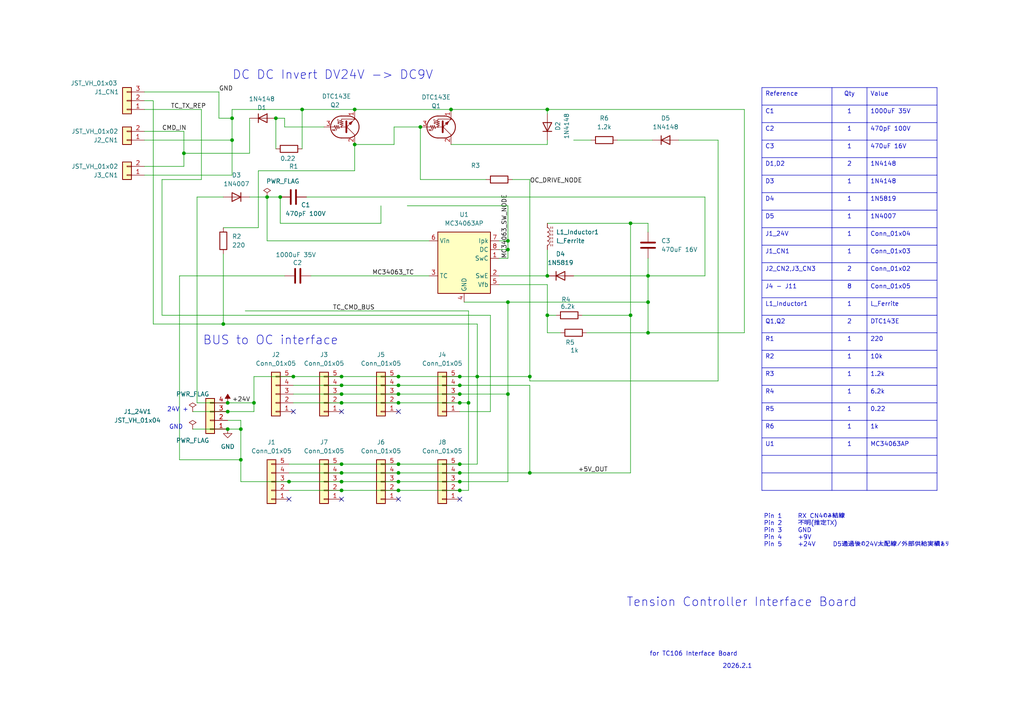
<source format=kicad_sch>
(kicad_sch (version 20250114) (generator "eeschema") (generator_version "9.0")
  (paper "A4")
  (lib_symbols
    (symbol "Connector_Generic:Conn_01x02" (pin_names (offset 1.016) (hide yes))
      (property "Reference" "J" (at 0 2.54 0))
      (property "Value" "Conn_01x02" (at 0 -5.08 0))
      (symbol "Conn_01x02_1_1"
        (rectangle (start -1.27 1.27) (end 1.27 -3.81) (stroke (width 0.254)) (fill (type background)))
        (rectangle (start -1.27 0.127) (end 0 -0.127) (stroke (width 0.1524)))
        (rectangle (start -1.27 -2.413) (end 0 -2.667) (stroke (width 0.1524)))
        (pin passive line (at -5.08 0 0) (length 3.81) (name "Pin_1") (number "1"))
        (pin passive line (at -5.08 -2.54 0) (length 3.81) (name "Pin_2") (number "2"))
      )
    )
    (symbol "Connector_Generic:Conn_01x03" (pin_names (offset 1.016) (hide yes))
      (property "Reference" "J" (at 0 5.08 0))
      (property "Value" "Conn_01x03" (at 0 -5.08 0))
      (symbol "Conn_01x03_1_1"
        (rectangle (start -1.27 3.81) (end 1.27 -3.81) (stroke (width 0.254)) (fill (type background)))
        (rectangle (start -1.27 2.667) (end 0 2.413) (stroke (width 0.1524)))
        (rectangle (start -1.27 0.127) (end 0 -0.127) (stroke (width 0.1524)))
        (rectangle (start -1.27 -2.413) (end 0 -2.667) (stroke (width 0.1524)))
        (pin passive line (at -5.08 2.54 0) (length 3.81) (name "Pin_1") (number "1"))
        (pin passive line (at -5.08 0 0) (length 3.81) (name "Pin_2") (number "2"))
        (pin passive line (at -5.08 -2.54 0) (length 3.81) (name "Pin_3") (number "3"))
      )
    )
    (symbol "Connector_Generic:Conn_01x04" (pin_names (offset 1.016) (hide yes))
      (property "Reference" "J" (at 0 5.08 0))
      (property "Value" "Conn_01x04" (at 0 -7.62 0))
      (symbol "Conn_01x04_1_1"
        (rectangle (start -1.27 3.81) (end 1.27 -6.35) (stroke (width 0.254)) (fill (type background)))
        (rectangle (start -1.27 2.667) (end 0 2.413) (stroke (width 0.1524)))
        (rectangle (start -1.27 0.127) (end 0 -0.127) (stroke (width 0.1524)))
        (rectangle (start -1.27 -2.413) (end 0 -2.667) (stroke (width 0.1524)))
        (rectangle (start -1.27 -4.953) (end 0 -5.207) (stroke (width 0.1524)))
        (pin passive line (at -5.08 2.54 0) (length 3.81) (name "Pin_1") (number "1"))
        (pin passive line (at -5.08 0 0) (length 3.81) (name "Pin_2") (number "2"))
        (pin passive line (at -5.08 -2.54 0) (length 3.81) (name "Pin_3") (number "3"))
        (pin passive line (at -5.08 -5.08 0) (length 3.81) (name "Pin_4") (number "4"))
      )
    )
    (symbol "Connector_Generic:Conn_01x05" (pin_names (offset 1.016) (hide yes))
      (property "Reference" "J" (at 0 7.62 0))
      (property "Value" "Conn_01x05" (at 0 -7.62 0))
      (symbol "Conn_01x05_1_1"
        (rectangle (start -1.27 6.35) (end 1.27 -6.35) (stroke (width 0.254)) (fill (type background)))
        (rectangle (start -1.27 5.207) (end 0 4.953) (stroke (width 0.1524)))
        (rectangle (start -1.27 2.667) (end 0 2.413) (stroke (width 0.1524)))
        (rectangle (start -1.27 0.127) (end 0 -0.127) (stroke (width 0.1524)))
        (rectangle (start -1.27 -2.413) (end 0 -2.667) (stroke (width 0.1524)))
        (rectangle (start -1.27 -4.953) (end 0 -5.207) (stroke (width 0.1524)))
        (pin passive line (at -5.08 5.08 0) (length 3.81) (name "Pin_1") (number "1"))
        (pin passive line (at -5.08 2.54 0) (length 3.81) (name "Pin_2") (number "2"))
        (pin passive line (at -5.08 0 0) (length 3.81) (name "Pin_3") (number "3"))
        (pin passive line (at -5.08 -2.54 0) (length 3.81) (name "Pin_4") (number "4"))
        (pin passive line (at -5.08 -5.08 0) (length 3.81) (name "Pin_5") (number "5"))
      )
    )
    (symbol "DTC143E_1" (pin_names (offset 0) (hide yes))
      (property "Reference" "Q1" (at -1.778 -6.35 0))
      (property "Value" "DTC143E" (at 1.524 -8.89 0))
      (symbol "DTC143E_1_0_0"
        (text "4k7" (at -3.302 0.889 0) (effects (font (size 0.508 0.508))))
        (text "4k7" (at -2.159 -1.524 900) (effects (font (size 0.508 0.508))))
      )
      (symbol "DTC143E_1_0_1"
        (polyline (pts (xy -3.429 0) (xy -3.81 0)))
        (polyline (pts (xy -1.27 3.175) (xy 0.635 3.175)) (stroke (width 0.254)))
        (circle (center -1.27 0) (radius 0.127))
        (polyline (pts (xy -1.27 0) (xy -1.27 -0.381) (xy -0.762 -0.508) (xy -1.778 -0.762) (xy -0.762 -1.016) (xy -1.778 -1.27) (xy -0.762 -1.524) (xy -1.778 -1.778) (xy -1.27 -1.905) (xy -1.27 -2.286) (xy 2.54 -2.286)))
        (polyline (pts (xy -1.27 -3.175) (xy 0.635 -3.175)) (stroke (width 0.254)))
        (arc (start -1.27 -3.175) (mid -4.4312 0) (end -1.27 3.175) (stroke (width 0.254)))
        (polyline (pts (xy 0 0) (xy -1.905 0) (xy -2.032 0.508) (xy -2.286 -0.508) (xy -2.54 0.508) (xy -2.794 -0.508) (xy -3.048 0.508) (xy -3.302 -0.508) (xy -3.429 0)))
        (polyline (pts (xy 0 -0.254) (xy 2.54 2.286)))
        (polyline (pts (xy 0.127 1.524) (xy 0.127 -1.651)) (stroke (width 0.508)) (fill (type outline)))
        (arc (start 0.635 3.175) (mid 3.7962 0) (end 0.635 -3.175) (stroke (width 0.254)))
        (polyline (pts (xy 0.889 -1.143) (xy 1.397 -0.635) (xy 1.905 -1.651) (xy 0.889 -1.143)) (fill (type outline)))
        (polyline (pts (xy 2.54 2.286) (xy 2.54 2.54)))
        (polyline (pts (xy 2.54 -2.286) (xy 0 0.254) (xy 0 0.254)))
        (circle (center 2.54 -2.286) (radius 0.127))
      )
      (symbol "DTC143E_1_1_1"
        (pin input line (at -6.35 0 0) (length 2.54) (name "B") (number "3"))
        (pin passive line (at 2.54 5.08 270) (length 2.54) (name "C") (number "2"))
        (pin passive line (at 2.54 -5.08 90) (length 2.54) (name "E") (number "1"))
      )
    )
    (symbol "Device:C" (pin_numbers (hide yes)) (pin_names (offset 0.254))
      (property "Reference" "C" (at 0.635 2.54 0))
      (property "Value" "C" (at 0.635 -2.54 0))
      (symbol "C_0_1"
        (polyline (pts (xy -2.032 0.762) (xy 2.032 0.762)) (stroke (width 0.508)))
        (polyline (pts (xy -2.032 -0.762) (xy 2.032 -0.762)) (stroke (width 0.508)))
      )
      (symbol "C_1_1"
        (pin passive line (at 0 3.81 270) (length 2.794) (name "~") (number "1"))
        (pin passive line (at 0 -3.81 90) (length 2.794) (name "~") (number "2"))
      )
    )
    (symbol "Device:D" (pin_numbers (hide yes)) (pin_names (offset 1.016) (hide yes))
      (property "Reference" "D" (at 0 2.54 0))
      (property "Value" "D" (at 0 -2.54 0))
      (symbol "D_0_1"
        (polyline (pts (xy -1.27 1.27) (xy -1.27 -1.27)) (stroke (width 0.254)))
        (polyline (pts (xy 1.27 1.27) (xy 1.27 -1.27) (xy -1.27 0) (xy 1.27 1.27)) (stroke (width 0.254)))
        (polyline (pts (xy 1.27 0) (xy -1.27 0)))
      )
      (symbol "D_1_1"
        (pin passive line (at -3.81 0 0) (length 2.54) (name "K") (number "1"))
        (pin passive line (at 3.81 0 180) (length 2.54) (name "A") (number "2"))
      )
    )
    (symbol "Device:L_Ferrite" (pin_numbers (hide yes)) (pin_names (offset 1.016) (hide yes))
      (property "Reference" "L" (at -1.27 0 90))
      (property "Value" "L_Ferrite" (at 2.794 0 90))
      (symbol "L_Ferrite_0_1"
        (arc (start 0 2.54) (mid 0.6323 1.905) (end 0 1.27))
        (arc (start 0 1.27) (mid 0.6323 0.635) (end 0 0))
        (arc (start 0 0) (mid 0.6323 -0.635) (end 0 -1.27))
        (arc (start 0 -1.27) (mid 0.6323 -1.905) (end 0 -2.54))
        (polyline (pts (xy 1.016 2.286) (xy 1.016 2.794)))
        (polyline (pts (xy 1.016 1.27) (xy 1.016 1.778)))
        (polyline (pts (xy 1.016 0.254) (xy 1.016 0.762)))
        (polyline (pts (xy 1.016 -0.762) (xy 1.016 -0.254)))
        (polyline (pts (xy 1.016 -1.778) (xy 1.016 -1.27)))
        (polyline (pts (xy 1.016 -2.794) (xy 1.016 -2.286)))
        (polyline (pts (xy 1.524 2.794) (xy 1.524 2.286)))
        (polyline (pts (xy 1.524 1.778) (xy 1.524 1.27)))
        (polyline (pts (xy 1.524 0.762) (xy 1.524 0.254)))
        (polyline (pts (xy 1.524 -0.254) (xy 1.524 -0.762)))
        (polyline (pts (xy 1.524 -1.27) (xy 1.524 -1.778)))
        (polyline (pts (xy 1.524 -2.286) (xy 1.524 -2.794)))
      )
      (symbol "L_Ferrite_1_1"
        (pin passive line (at 0 3.81 270) (length 1.27) (name "1") (number "1"))
        (pin passive line (at 0 -3.81 90) (length 1.27) (name "2") (number "2"))
      )
    )
    (symbol "Device:R" (pin_numbers (hide yes)) (pin_names (offset 0))
      (property "Reference" "R" (at 2.032 0 90))
      (property "Value" "R" (at 0 0 90))
      (symbol "R_0_1"
        (rectangle (start -1.016 -2.54) (end 1.016 2.54) (stroke (width 0.254)))
      )
      (symbol "R_1_1"
        (pin passive line (at 0 3.81 270) (length 1.27) (name "~") (number "1"))
        (pin passive line (at 0 -3.81 90) (length 1.27) (name "~") (number "2"))
      )
    )
    (symbol "Regulator_Switching:MC34063AP"
      (property "Reference" "U" (at -7.62 8.89 0))
      (property "Value" "MC34063AP" (at 0 8.89 0))
      (symbol "MC34063AP_0_1"
        (rectangle (start -7.62 7.62) (end 7.62 -10.16) (stroke (width 0.254)) (fill (type background)))
      )
      (symbol "MC34063AP_1_1"
        (pin power_in line (at -10.16 5.08 0) (length 2.54) (name "Vin") (number "6"))
        (pin passive line (at -10.16 -5.08 0) (length 2.54) (name "TC") (number "3"))
        (pin power_in line (at 0 -12.7 90) (length 2.54) (name "GND") (number "4"))
        (pin input line (at 10.16 5.08 180) (length 2.54) (name "Ipk") (number "7"))
        (pin open_collector line (at 10.16 2.54 180) (length 2.54) (name "DC") (number "8"))
        (pin open_collector line (at 10.16 0 180) (length 2.54) (name "SwC") (number "1"))
        (pin open_emitter line (at 10.16 -5.08 180) (length 2.54) (name "SwE") (number "2"))
        (pin input line (at 10.16 -7.62 180) (length 2.54) (name "Vfb") (number "5"))
      )
    )
    (symbol "Transistor_BJT:DTC143E" (pin_names (offset 0) (hide yes))
      (property "Reference" "Q2" (at -1.778 -6.096 0))
      (property "Value" "DTC143E" (at -1.778 -8.636 0))
      (symbol "DTC143E_0_0"
        (text "4k7" (at -3.302 0.889 0) (effects (font (size 0.508 0.508))))
        (text "4k7" (at -2.159 -1.524 900) (effects (font (size 0.508 0.508))))
      )
      (symbol "DTC143E_0_1"
        (polyline (pts (xy -3.429 0) (xy -3.81 0)))
        (polyline (pts (xy -1.27 3.175) (xy 0.635 3.175)) (stroke (width 0.254)))
        (circle (center -1.27 0) (radius 0.127))
        (polyline (pts (xy -1.27 0) (xy -1.27 -0.381) (xy -0.762 -0.508) (xy -1.778 -0.762) (xy -0.762 -1.016) (xy -1.778 -1.27) (xy -0.762 -1.524) (xy -1.778 -1.778) (xy -1.27 -1.905) (xy -1.27 -2.286) (xy 2.54 -2.286)))
        (polyline (pts (xy -1.27 -3.175) (xy 0.635 -3.175)) (stroke (width 0.254)))
        (arc (start -1.27 -3.175) (mid -4.4312 0) (end -1.27 3.175) (stroke (width 0.254)))
        (polyline (pts (xy 0 0) (xy -1.905 0) (xy -2.032 0.508) (xy -2.286 -0.508) (xy -2.54 0.508) (xy -2.794 -0.508) (xy -3.048 0.508) (xy -3.302 -0.508) (xy -3.429 0)))
        (polyline (pts (xy 0 -0.254) (xy 2.54 2.286)))
        (polyline (pts (xy 0.127 1.524) (xy 0.127 -1.651)) (stroke (width 0.508)) (fill (type outline)))
        (arc (start 0.635 3.175) (mid 3.7962 0) (end 0.635 -3.175) (stroke (width 0.254)))
        (polyline (pts (xy 0.889 -1.143) (xy 1.397 -0.635) (xy 1.905 -1.651) (xy 0.889 -1.143)) (fill (type outline)))
        (polyline (pts (xy 2.54 2.286) (xy 2.54 2.54)))
        (polyline (pts (xy 2.54 -2.286) (xy 0 0.254) (xy 0 0.254)))
        (circle (center 2.54 -2.286) (radius 0.127))
      )
      (symbol "DTC143E_1_1"
        (pin input line (at -6.35 0 0) (length 2.54) (name "B") (number "3"))
        (pin passive line (at 2.54 5.08 270) (length 2.54) (name "C") (number "2"))
        (pin passive line (at 2.54 -5.08 90) (length 2.54) (name "E") (number "1"))
      )
    )
    (symbol "power:-24V" (power) (pin_numbers (hide yes)) (pin_names (offset 0) (hide yes))
      (property "Value" "-24V" (at 0 3.556 0))
      (symbol "-24V_0_0"
        (pin power_in line (at 0 0 90) (length 0) (name "~") (number "1"))
      )
      (symbol "-24V_0_1"
        (polyline (pts (xy 0 0) (xy 0 1.27) (xy 0.762 1.27) (xy 0 2.54) (xy -0.762 1.27) (xy 0 1.27)) (fill (type outline)))
      )
    )
    (symbol "power:GND" (power) (pin_numbers (hide yes)) (pin_names (offset 0) (hide yes))
      (property "Value" "GND" (at 0 -3.81 0))
      (symbol "GND_0_1"
        (polyline (pts (xy 0 0) (xy 0 -1.27) (xy 1.27 -1.27) (xy 0 -2.54) (xy -1.27 -1.27) (xy 0 -1.27)))
      )
      (symbol "GND_1_1"
        (pin power_in line (at 0 0 270) (length 0) (name "~") (number "1"))
      )
    )
    (symbol "power:PWR_FLAG" (power) (pin_numbers (hide yes)) (pin_names (offset 0) (hide yes))
      (property "Value" "PWR_FLAG" (at 0 3.81 0))
      (symbol "PWR_FLAG_0_0"
        (pin power_out line (at 0 0 90) (length 0) (name "~") (number "1"))
      )
      (symbol "PWR_FLAG_0_1"
        (polyline (pts (xy 0 0) (xy 0 1.27) (xy -1.016 1.905) (xy 0 2.54) (xy 1.016 1.905) (xy 0 1.27)))
      )
    )
  )
  (text "Pin 1	RX CN4のみ結線\nPin 2	不明(推定TX)\nPin 3	GND\nPin 4	+9V	\nPin 5	+24V	D5通過後の24V太配線／外部供給実績あり" (at 221.488 153.924 0) (effects (font (size 1.27 1.27)) (justify left)))
  (text "24V +" (at 51.562 118.872 0) (effects (font (size 1.27 1.27))))
  (text "GND" (at 51.054 123.952 0) (effects (font (size 1.27 1.27))))
  (text "Tension Controller Interface Board" (at 215.138 174.752 0) (effects (font (size 2.54 2.54))))
  (text "for TC106 Interface Board" (at 201.168 189.738 0) (effects (font (size 1.27 1.27))))
  (text "BUS to OC interface" (at 78.486 98.806 0) (effects (font (size 2.54 2.54))))
  (text "DC DC Invert DV24V -> DC9V" (at 96.52 21.844 0) (effects (font (size 2.54 2.54))))
  (text "2026.2.1" (at 213.868 193.294 0) (effects (font (size 1.27 1.27))))
  (junction (at 153.67 109.22))
  (junction (at 130.81 31.75))
  (junction (at 158.75 91.44))
  (junction (at 77.47 57.15))
  (junction (at 147.32 87.63))
  (junction (at 115.57 116.84))
  (junction (at 147.32 72.39))
  (junction (at 115.57 142.24))
  (junction (at 147.32 114.3))
  (junction (at 133.35 114.3))
  (junction (at 99.06 114.3))
  (junction (at 135.89 116.84))
  (junction (at 133.35 142.24))
  (junction (at 53.34 44.45))
  (junction (at 80.01 34.29))
  (junction (at 115.57 139.7))
  (junction (at 99.06 142.24))
  (junction (at 182.88 91.44))
  (junction (at 187.96 87.63))
  (junction (at 115.57 134.62))
  (junction (at 158.75 80.01))
  (junction (at 81.28 57.15))
  (junction (at 121.92 36.83))
  (junction (at 153.67 137.16))
  (junction (at 99.06 116.84))
  (junction (at 67.31 34.29))
  (junction (at 158.75 31.75))
  (junction (at 115.57 111.76))
  (junction (at 69.85 124.46))
  (junction (at 99.06 134.62))
  (junction (at 99.06 109.22))
  (junction (at 138.43 109.22))
  (junction (at 102.87 41.91))
  (junction (at 85.09 109.22))
  (junction (at 102.87 31.75))
  (junction (at 187.96 80.01))
  (junction (at 187.96 96.52))
  (junction (at 115.57 109.22))
  (junction (at 99.06 111.76))
  (junction (at 147.32 69.85))
  (junction (at 83.82 139.7))
  (junction (at 64.77 93.98))
  (junction (at 66.04 119.38))
  (junction (at 67.31 40.64))
  (junction (at 66.04 116.84))
  (junction (at 133.35 139.7))
  (junction (at 133.35 111.76))
  (junction (at 99.06 139.7))
  (junction (at 69.85 133.35))
  (junction (at 87.63 31.75))
  (junction (at 99.06 137.16))
  (junction (at 115.57 137.16))
  (junction (at 182.88 64.77))
  (junction (at 133.35 116.84))
  (junction (at 66.04 124.46))
  (junction (at 133.35 137.16))
  (junction (at 115.57 114.3))
  (junction (at 133.35 134.62))
  (junction (at 133.35 109.22))
  (junction (at 73.66 116.84))
  (no_connect (at 83.82 144.78))
  (no_connect (at 133.35 144.78))
  (no_connect (at 115.57 119.38))
  (no_connect (at 85.09 119.38))
  (no_connect (at 99.06 144.78))
  (no_connect (at 99.06 119.38))
  (no_connect (at 115.57 144.78))
  (wire (pts (xy 57.15 57.15) (xy 64.77 57.15)))
  (wire (pts (xy 66.04 116.84) (xy 57.15 116.84)))
  (wire (pts (xy 72.39 57.15) (xy 77.47 57.15)))
  (wire (pts (xy 208.28 110.49) (xy 153.67 110.49)))
  (wire (pts (xy 133.35 116.84) (xy 135.89 116.84)))
  (wire (pts (xy 69.85 121.92) (xy 69.85 124.46)))
  (wire (pts (xy 67.31 34.29) (xy 67.31 40.64)))
  (wire (pts (xy 158.75 31.75) (xy 158.75 33.02)))
  (wire (pts (xy 87.63 31.75) (xy 102.87 31.75)))
  (wire (pts (xy 170.18 96.52) (xy 187.96 96.52)))
  (wire (pts (xy 144.78 72.39) (xy 147.32 72.39)))
  (wire (pts (xy 135.89 142.24) (xy 133.35 142.24)))
  (wire (pts (xy 135.89 116.84) (xy 135.89 142.24)))
  (wire (pts (xy 41.91 50.8) (xy 67.31 50.8)))
  (wire (pts (xy 73.66 116.84) (xy 73.66 109.22)))
  (wire (pts (xy 133.35 114.3) (xy 147.32 114.3)))
  (wire (pts (xy 80.01 34.29) (xy 80.01 43.18)))
  (wire (pts (xy 55.88 119.38) (xy 66.04 119.38)))
  (wire (pts (xy 158.75 41.91) (xy 158.75 40.64)))
  (wire (pts (xy 158.75 64.77) (xy 182.88 64.77)))
  (wire (pts (xy 99.06 111.76) (xy 115.57 111.76)))
  (wire (pts (xy 66.04 121.92) (xy 69.85 121.92)))
  (wire (pts (xy 138.43 109.22) (xy 138.43 134.62)))
  (wire (pts (xy 71.12 90.17) (xy 135.89 90.17)))
  (wire (pts (xy 115.57 139.7) (xy 133.35 139.7)))
  (wire (pts (xy 99.06 109.22) (xy 115.57 109.22)))
  (wire (pts (xy 67.31 31.75) (xy 87.63 31.75)))
  (wire (pts (xy 147.32 139.7) (xy 133.35 139.7)))
  (wire (pts (xy 142.24 91.44) (xy 46.99 91.44)))
  (wire (pts (xy 134.62 87.63) (xy 147.32 87.63)))
  (wire (pts (xy 124.46 80.01) (xy 90.17 80.01)))
  (wire (pts (xy 187.96 80.01) (xy 187.96 87.63)))
  (wire (pts (xy 115.57 142.24) (xy 133.35 142.24)))
  (wire (pts (xy 144.78 82.55) (xy 158.75 82.55)))
  (wire (pts (xy 144.78 80.01) (xy 158.75 80.01)))
  (wire (pts (xy 148.59 52.07) (xy 153.67 52.07)))
  (wire (pts (xy 69.85 133.35) (xy 52.07 133.35)))
  (wire (pts (xy 41.91 40.64) (xy 67.31 40.64)))
  (wire (pts (xy 99.06 114.3) (xy 115.57 114.3)))
  (wire (pts (xy 182.88 64.77) (xy 182.88 91.44)))
  (wire (pts (xy 144.78 74.93) (xy 147.32 74.93)))
  (wire (pts (xy 85.09 109.22) (xy 99.06 109.22)))
  (wire (pts (xy 166.37 40.64) (xy 171.45 40.64)))
  (wire (pts (xy 114.3 36.83) (xy 121.92 36.83)))
  (wire (pts (xy 64.77 93.98) (xy 138.43 93.98)))
  (wire (pts (xy 102.87 49.53) (xy 74.93 49.53)))
  (wire (pts (xy 133.35 137.16) (xy 153.67 137.16)))
  (wire (pts (xy 115.57 116.84) (xy 133.35 116.84)))
  (wire (pts (xy 102.87 41.91) (xy 102.87 49.53)))
  (wire (pts (xy 147.32 59.69) (xy 147.32 69.85)))
  (wire (pts (xy 41.91 48.26) (xy 53.34 48.26)))
  (wire (pts (xy 187.96 87.63) (xy 147.32 87.63)))
  (wire (pts (xy 133.35 111.76) (xy 153.67 111.76)))
  (wire (pts (xy 80.01 34.29) (xy 82.55 34.29)))
  (wire (pts (xy 147.32 69.85) (xy 147.32 72.39)))
  (wire (pts (xy 115.57 137.16) (xy 133.35 137.16)))
  (wire (pts (xy 99.06 137.16) (xy 115.57 137.16)))
  (wire (pts (xy 85.09 111.76) (xy 99.06 111.76)))
  (wire (pts (xy 57.15 116.84) (xy 57.15 57.15)))
  (wire (pts (xy 52.07 80.01) (xy 52.07 133.35)))
  (wire (pts (xy 99.06 139.7) (xy 115.57 139.7)))
  (wire (pts (xy 81.28 64.77) (xy 81.28 57.15)))
  (wire (pts (xy 63.5 34.29) (xy 63.5 26.67)))
  (wire (pts (xy 58.42 31.75) (xy 58.42 52.07)))
  (wire (pts (xy 187.96 80.01) (xy 204.47 80.01)))
  (wire (pts (xy 82.55 34.29) (xy 82.55 36.83)))
  (wire (pts (xy 41.91 38.1) (xy 53.34 38.1)))
  (wire (pts (xy 115.57 114.3) (xy 133.35 114.3)))
  (wire (pts (xy 158.75 91.44) (xy 161.29 91.44)))
  (wire (pts (xy 182.88 64.77) (xy 187.96 64.77)))
  (wire (pts (xy 102.87 31.75) (xy 130.81 31.75)))
  (wire (pts (xy 52.07 80.01) (xy 82.55 80.01)))
  (wire (pts (xy 99.06 134.62) (xy 115.57 134.62)))
  (wire (pts (xy 138.43 93.98) (xy 138.43 109.22)))
  (wire (pts (xy 44.45 29.21) (xy 41.91 29.21)))
  (wire (pts (xy 63.5 34.29) (xy 67.31 34.29)))
  (wire (pts (xy 73.66 109.22) (xy 85.09 109.22)))
  (wire (pts (xy 110.49 64.77) (xy 81.28 64.77)))
  (wire (pts (xy 115.57 109.22) (xy 133.35 109.22)))
  (wire (pts (xy 153.67 52.07) (xy 153.67 109.22)))
  (wire (pts (xy 115.57 111.76) (xy 133.35 111.76)))
  (wire (pts (xy 147.32 72.39) (xy 147.32 74.93)))
  (wire (pts (xy 168.91 91.44) (xy 182.88 91.44)))
  (wire (pts (xy 121.92 36.83) (xy 121.92 52.07)))
  (wire (pts (xy 72.39 34.29) (xy 72.39 44.45)))
  (wire (pts (xy 153.67 111.76) (xy 153.67 137.16)))
  (wire (pts (xy 153.67 109.22) (xy 138.43 109.22)))
  (wire (pts (xy 55.88 124.46) (xy 66.04 124.46)))
  (wire (pts (xy 179.07 40.64) (xy 189.23 40.64)))
  (wire (pts (xy 69.85 139.7) (xy 83.82 139.7)))
  (wire (pts (xy 66.04 116.84) (xy 73.66 116.84)))
  (wire (pts (xy 153.67 137.16) (xy 182.88 137.16)))
  (wire (pts (xy 215.9 96.52) (xy 215.9 31.75)))
  (wire (pts (xy 66.04 124.46) (xy 69.85 124.46)))
  (wire (pts (xy 69.85 139.7) (xy 69.85 133.35)))
  (wire (pts (xy 182.88 137.16) (xy 182.88 91.44)))
  (wire (pts (xy 204.47 80.01) (xy 204.47 57.15)))
  (wire (pts (xy 140.97 52.07) (xy 121.92 52.07)))
  (wire (pts (xy 147.32 87.63) (xy 147.32 114.3)))
  (wire (pts (xy 158.75 82.55) (xy 158.75 91.44)))
  (wire (pts (xy 133.35 109.22) (xy 138.43 109.22)))
  (wire (pts (xy 166.37 80.01) (xy 187.96 80.01)))
  (wire (pts (xy 66.04 119.38) (xy 73.66 119.38)))
  (wire (pts (xy 158.75 96.52) (xy 158.75 91.44)))
  (wire (pts (xy 83.82 137.16) (xy 99.06 137.16)))
  (wire (pts (xy 130.81 31.75) (xy 158.75 31.75)))
  (wire (pts (xy 44.45 29.21) (xy 44.45 93.98)))
  (wire (pts (xy 187.96 96.52) (xy 215.9 96.52)))
  (wire (pts (xy 77.47 57.15) (xy 81.28 57.15)))
  (wire (pts (xy 208.28 40.64) (xy 196.85 40.64)))
  (wire (pts (xy 64.77 66.04) (xy 74.93 66.04)))
  (wire (pts (xy 69.85 124.46) (xy 69.85 133.35)))
  (wire (pts (xy 74.93 66.04) (xy 74.93 49.53)))
  (wire (pts (xy 215.9 31.75) (xy 158.75 31.75)))
  (wire (pts (xy 82.55 36.83) (xy 93.98 36.83)))
  (wire (pts (xy 208.28 40.64) (xy 208.28 110.49)))
  (wire (pts (xy 115.57 134.62) (xy 133.35 134.62)))
  (wire (pts (xy 99.06 142.24) (xy 115.57 142.24)))
  (wire (pts (xy 130.81 41.91) (xy 158.75 41.91)))
  (wire (pts (xy 158.75 72.39) (xy 158.75 80.01)))
  (wire (pts (xy 73.66 119.38) (xy 73.66 116.84)))
  (wire (pts (xy 44.45 93.98) (xy 64.77 93.98)))
  (wire (pts (xy 83.82 142.24) (xy 99.06 142.24)))
  (wire (pts (xy 46.99 52.07) (xy 58.42 52.07)))
  (wire (pts (xy 53.34 38.1) (xy 53.34 44.45)))
  (wire (pts (xy 77.47 57.15) (xy 77.47 69.85)))
  (wire (pts (xy 83.82 139.7) (xy 99.06 139.7)))
  (wire (pts (xy 53.34 44.45) (xy 53.34 48.26)))
  (wire (pts (xy 133.35 119.38) (xy 142.24 119.38)))
  (wire (pts (xy 85.09 114.3) (xy 99.06 114.3)))
  (wire (pts (xy 147.32 59.69) (xy 118.11 59.69)))
  (wire (pts (xy 135.89 90.17) (xy 135.89 116.84)))
  (wire (pts (xy 83.82 134.62) (xy 99.06 134.62)))
  (wire (pts (xy 144.78 69.85) (xy 147.32 69.85)))
  (wire (pts (xy 142.24 119.38) (xy 142.24 91.44)))
  (wire (pts (xy 64.77 73.66) (xy 64.77 93.98)))
  (wire (pts (xy 153.67 110.49) (xy 153.67 109.22)))
  (wire (pts (xy 85.09 116.84) (xy 99.06 116.84)))
  (wire (pts (xy 77.47 69.85) (xy 124.46 69.85)))
  (wire (pts (xy 88.9 57.15) (xy 204.47 57.15)))
  (wire (pts (xy 41.91 31.75) (xy 58.42 31.75)))
  (wire (pts (xy 133.35 134.62) (xy 138.43 134.62)))
  (wire (pts (xy 162.56 96.52) (xy 158.75 96.52)))
  (wire (pts (xy 63.5 26.67) (xy 41.91 26.67)))
  (wire (pts (xy 72.39 44.45) (xy 53.34 44.45)))
  (wire (pts (xy 187.96 87.63) (xy 187.96 96.52)))
  (wire (pts (xy 102.87 41.91) (xy 114.3 41.91)))
  (wire (pts (xy 67.31 31.75) (xy 67.31 34.29)))
  (wire (pts (xy 110.49 59.69) (xy 110.49 64.77)))
  (wire (pts (xy 67.31 50.8) (xy 67.31 40.64)))
  (wire (pts (xy 147.32 114.3) (xy 147.32 139.7)))
  (wire (pts (xy 87.63 31.75) (xy 87.63 43.18)))
  (wire (pts (xy 99.06 116.84) (xy 115.57 116.84)))
  (wire (pts (xy 187.96 74.93) (xy 187.96 80.01)))
  (wire (pts (xy 187.96 64.77) (xy 187.96 67.31)))
  (wire (pts (xy 46.99 91.44) (xy 46.99 52.07)))
  (wire (pts (xy 114.3 41.91) (xy 114.3 36.83)))
  (table (column_count 3) (border (external yes) (header yes)) (separators (rows yes) (cols yes)) (column_widths 20.32 10.16 20.32) (row_heights 5.08 5.08 5.08 5.08 5.08 5.08 5.08 5.08 5.08 5.08 5.08 5.08 5.08 5.08 5.08 5.08 5.08 5.08 5.08 5.08 5.08 5.08 5.08) (cells (table_cell "Reference" (at 220.98 25.4 0) (size 20.32 5.08) (margins 0.9525 0.9525 0.9525 0.9525) (span 1 1)) (table_cell "Qty" (at 241.3 25.4 0) (size 10.16 5.08) (margins 0.9525 0.9525 0.9525 0.9525) (span 1 1)) (table_cell "Value" (at 251.46 25.4 0) (size 20.32 5.08) (margins 0.9525 0.9525 0.9525 0.9525) (span 1 1)) (table_cell "C1" (at 220.98 30.48 0) (size 20.32 5.08) (margins 0.9525 0.9525 0.9525 0.9525) (span 1 1)) (table_cell "1" (at 241.3 30.48 0) (size 10.16 5.08) (margins 0.9525 0.9525 0.9525 0.9525) (span 1 1)) (table_cell "1000uF 35V" (at 251.46 30.48 0) (size 20.32 5.08) (margins 0.9525 0.9525 0.9525 0.9525) (span 1 1)) (table_cell "C2" (at 220.98 35.56 0) (size 20.32 5.08) (margins 0.9525 0.9525 0.9525 0.9525) (span 1 1)) (table_cell "1" (at 241.3 35.56 0) (size 10.16 5.08) (margins 0.9525 0.9525 0.9525 0.9525) (span 1 1)) (table_cell "470pF 100V" (at 251.46 35.56 0) (size 20.32 5.08) (margins 0.9525 0.9525 0.9525 0.9525) (span 1 1)) (table_cell "C3" (at 220.98 40.64 0) (size 20.32 5.08) (margins 0.9525 0.9525 0.9525 0.9525) (span 1 1)) (table_cell "1" (at 241.3 40.64 0) (size 10.16 5.08) (margins 0.9525 0.9525 0.9525 0.9525) (span 1 1)) (table_cell "470uF 16V" (at 251.46 40.64 0) (size 20.32 5.08) (margins 0.9525 0.9525 0.9525 0.9525) (span 1 1)) (table_cell "D1,D2" (at 220.98 45.72 0) (size 20.32 5.08) (margins 0.9525 0.9525 0.9525 0.9525) (span 1 1)) (table_cell "2" (at 241.3 45.72 0) (size 10.16 5.08) (margins 0.9525 0.9525 0.9525 0.9525) (span 1 1)) (table_cell "1N4148" (at 251.46 45.72 0) (size 20.32 5.08) (margins 0.9525 0.9525 0.9525 0.9525) (span 1 1)) (table_cell "D3" (at 220.98 50.8 0) (size 20.32 5.08) (margins 0.9525 0.9525 0.9525 0.9525) (span 1 1)) (table_cell "1" (at 241.3 50.8 0) (size 10.16 5.08) (margins 0.9525 0.9525 0.9525 0.9525) (span 1 1)) (table_cell "1N4148" (at 251.46 50.8 0) (size 20.32 5.08) (margins 0.9525 0.9525 0.9525 0.9525) (span 1 1)) (table_cell "D4" (at 220.98 55.88 0) (size 20.32 5.08) (margins 0.9525 0.9525 0.9525 0.9525) (span 1 1)) (table_cell "1" (at 241.3 55.88 0) (size 10.16 5.08) (margins 0.9525 0.9525 0.9525 0.9525) (span 1 1)) (table_cell "1N5819" (at 251.46 55.88 0) (size 20.32 5.08) (margins 0.9525 0.9525 0.9525 0.9525) (span 1 1)) (table_cell "D5" (at 220.98 60.96 0) (size 20.32 5.08) (margins 0.9525 0.9525 0.9525 0.9525) (span 1 1)) (table_cell "1" (at 241.3 60.96 0) (size 10.16 5.08) (margins 0.9525 0.9525 0.9525 0.9525) (span 1 1)) (table_cell "1N4007" (at 251.46 60.96 0) (size 20.32 5.08) (margins 0.9525 0.9525 0.9525 0.9525) (span 1 1)) (table_cell "J1_24V" (at 220.98 66.04 0) (size 20.32 5.08) (margins 0.9525 0.9525 0.9525 0.9525) (span 1 1)) (table_cell "1" (at 241.3 66.04 0) (size 10.16 5.08) (margins 0.9525 0.9525 0.9525 0.9525) (span 1 1)) (table_cell "Conn_01x04" (at 251.46 66.04 0) (size 20.32 5.08) (margins 0.9525 0.9525 0.9525 0.9525) (span 1 1)) (table_cell "J1_CN1" (at 220.98 71.12 0) (size 20.32 5.08) (margins 0.9525 0.9525 0.9525 0.9525) (span 1 1)) (table_cell "1" (at 241.3 71.12 0) (size 10.16 5.08) (margins 0.9525 0.9525 0.9525 0.9525) (span 1 1)) (table_cell "Conn_01x03" (at 251.46 71.12 0) (size 20.32 5.08) (margins 0.9525 0.9525 0.9525 0.9525) (span 1 1)) (table_cell "J2_CN2,J3_CN3" (at 220.98 76.2 0) (size 20.32 5.08) (margins 0.9525 0.9525 0.9525 0.9525) (span 1 1)) (table_cell "2" (at 241.3 76.2 0) (size 10.16 5.08) (margins 0.9525 0.9525 0.9525 0.9525) (span 1 1)) (table_cell "Conn_01x02" (at 251.46 76.2 0) (size 20.32 5.08) (margins 0.9525 0.9525 0.9525 0.9525) (span 1 1)) (table_cell "J4 - J11" (at 220.98 81.28 0) (size 20.32 5.08) (margins 0.9525 0.9525 0.9525 0.9525) (span 1 1)) (table_cell "8" (at 241.3 81.28 0) (size 10.16 5.08) (margins 0.9525 0.9525 0.9525 0.9525) (span 1 1)) (table_cell "Conn_01x05" (at 251.46 81.28 0) (size 20.32 5.08) (margins 0.9525 0.9525 0.9525 0.9525) (span 1 1)) (table_cell "L1_Inductor1" (at 220.98 86.36 0) (size 20.32 5.08) (margins 0.9525 0.9525 0.9525 0.9525) (span 1 1)) (table_cell "1" (at 241.3 86.36 0) (size 10.16 5.08) (margins 0.9525 0.9525 0.9525 0.9525) (span 1 1)) (table_cell "L_Ferrite" (at 251.46 86.36 0) (size 20.32 5.08) (margins 0.9525 0.9525 0.9525 0.9525) (span 1 1)) (table_cell "Q1,Q2" (at 220.98 91.44 0) (size 20.32 5.08) (margins 0.9525 0.9525 0.9525 0.9525) (span 1 1)) (table_cell "2" (at 241.3 91.44 0) (size 10.16 5.08) (margins 0.9525 0.9525 0.9525 0.9525) (span 1 1)) (table_cell "DTC143E" (at 251.46 91.44 0) (size 20.32 5.08) (margins 0.9525 0.9525 0.9525 0.9525) (span 1 1)) (table_cell "R1" (at 220.98 96.52 0) (size 20.32 5.08) (margins 0.9525 0.9525 0.9525 0.9525) (span 1 1)) (table_cell "1" (at 241.3 96.52 0) (size 10.16 5.08) (margins 0.9525 0.9525 0.9525 0.9525) (span 1 1)) (table_cell "220" (at 251.46 96.52 0) (size 20.32 5.08) (margins 0.9525 0.9525 0.9525 0.9525) (span 1 1)) (table_cell "R2" (at 220.98 101.6 0) (size 20.32 5.08) (margins 0.9525 0.9525 0.9525 0.9525) (span 1 1)) (table_cell "1" (at 241.3 101.6 0) (size 10.16 5.08) (margins 0.9525 0.9525 0.9525 0.9525) (span 1 1)) (table_cell "10k" (at 251.46 101.6 0) (size 20.32 5.08) (margins 0.9525 0.9525 0.9525 0.9525) (span 1 1)) (table_cell "R3" (at 220.98 106.68 0) (size 20.32 5.08) (margins 0.9525 0.9525 0.9525 0.9525) (span 1 1)) (table_cell "1" (at 241.3 106.68 0) (size 10.16 5.08) (margins 0.9525 0.9525 0.9525 0.9525) (span 1 1)) (table_cell "1.2k" (at 251.46 106.68 0) (size 20.32 5.08) (margins 0.9525 0.9525 0.9525 0.9525) (span 1 1)) (table_cell "R4" (at 220.98 111.76 0) (size 20.32 5.08) (margins 0.9525 0.9525 0.9525 0.9525) (span 1 1)) (table_cell "1" (at 241.3 111.76 0) (size 10.16 5.08) (margins 0.9525 0.9525 0.9525 0.9525) (span 1 1)) (table_cell "6.2k" (at 251.46 111.76 0) (size 20.32 5.08) (margins 0.9525 0.9525 0.9525 0.9525) (span 1 1)) (table_cell "R5" (at 220.98 116.84 0) (size 20.32 5.08) (margins 0.9525 0.9525 0.9525 0.9525) (span 1 1)) (table_cell "1" (at 241.3 116.84 0) (size 10.16 5.08) (margins 0.9525 0.9525 0.9525 0.9525) (span 1 1)) (table_cell "0.22" (at 251.46 116.84 0) (size 20.32 5.08) (margins 0.9525 0.9525 0.9525 0.9525) (span 1 1)) (table_cell "R6" (at 220.98 121.92 0) (size 20.32 5.08) (margins 0.9525 0.9525 0.9525 0.9525) (span 1 1)) (table_cell "1" (at 241.3 121.92 0) (size 10.16 5.08) (margins 0.9525 0.9525 0.9525 0.9525) (span 1 1)) (table_cell "1k" (at 251.46 121.92 0) (size 20.32 5.08) (margins 0.9525 0.9525 0.9525 0.9525) (span 1 1)) (table_cell "U1" (at 220.98 127 0) (size 20.32 5.08) (margins 0.9525 0.9525 0.9525 0.9525) (span 1 1)) (table_cell "1" (at 241.3 127 0) (size 10.16 5.08) (margins 0.9525 0.9525 0.9525 0.9525) (span 1 1)) (table_cell "MC34063AP" (at 251.46 127 0) (size 20.32 5.08) (margins 0.9525 0.9525 0.9525 0.9525) (span 1 1)) (table_cell "" (at 220.98 132.08 0) (size 20.32 5.08) (margins 0.9525 0.9525 0.9525 0.9525) (span 1 1)) (table_cell "" (at 241.3 132.08 0) (size 10.16 5.08) (margins 0.9525 0.9525 0.9525 0.9525) (span 1 1)) (table_cell "" (at 251.46 132.08 0) (size 20.32 5.08) (margins 0.9525 0.9525 0.9525 0.9525) (span 1 1)) (table_cell "" (at 220.98 137.16 0) (size 20.32 5.08) (margins 0.9525 0.9525 0.9525 0.9525) (span 1 1)) (table_cell "" (at 241.3 137.16 0) (size 10.16 5.08) (margins 0.9525 0.9525 0.9525 0.9525) (span 1 1)) (table_cell "" (at 251.46 137.16 0) (size 20.32 5.08) (margins 0.9525 0.9525 0.9525 0.9525) (span 1 1))))
  (label "TC_CMD_BUS" (at 96.52 90.17 0))
  (label "GND" (at 63.5 26.67 0))
  (label "OC_DRIVE_NODE" (at 153.67 53.34 0))
  (label "MC34063_TC" (at 107.95 80.01 0))
  (label "CMD_IN" (at 46.99 38.1 0))
  (label "TC_TX_REP" (at 49.53 31.75 0))
  (label "MC34063_SW_NODE" (at 147.32 74.93 90))
  (label "+5V_OUT" (at 167.64 137.16 0))
  (label "+24V" (at 67.31 116.84 0))
  (symbol (lib_id "Device:R") (at 175.26 40.64 90) (unit 1)
    (property "Reference" "R6" (at 175.26 34.29 90))
    (property "Value" "1.2k" (at 175.26 36.83 90))
    (property "Footprint" "Resistor_THT:R_Axial_DIN0207_L6.3mm_D2.5mm_P15.24mm_Horizontal" (effects (hide yes)))
    (property "Description" "Resistor" (effects (hide yes)))
  )
  (symbol (lib_id "Device:R") (at 165.1 91.44 90) (unit 1)
    (property "Reference" "R4" (at 162.814 86.868 90) (effects (justify right)))
    (property "Value" "6.2k" (at 162.56 88.9 90) (effects (justify right)))
    (property "Footprint" "Resistor_THT:R_Axial_DIN0207_L6.3mm_D2.5mm_P7.62mm_Horizontal" (effects (hide yes)))
    (property "Description" "Resistor" (effects (hide yes)))
  )
  (symbol (lib_id "Regulator_Switching:MC34063AP") (at 134.62 74.93 0) (unit 1)
    (property "Reference" "U1" (at 134.62 62.23 0))
    (property "Value" "MC34063AP" (at 134.62 64.77 0))
    (property "Footprint" "Package_DIP:DIP-8_W7.62mm" (effects (hide yes)))
    (property "Datasheet" "http://www.onsemi.com/pub_link/Collateral/MC34063A-D.PDF" (effects (hide yes)))
    (property "Description" "1.5A, step-up/down/inverting switching regulator, 3-40V Vin, 100kHz, DIP-8" (effects (hide yes)))
  )
  (symbol (lib_id "Device:D") (at 68.58 57.15 180) (unit 1)
    (property "Reference" "D3" (at 68.58 50.8 0))
    (property "Value" "1N4007" (at 68.58 53.34 0))
    (property "Footprint" "Diode_THT:D_DO-41_SOD81_P7.62mm_Horizontal" (effects (hide yes)))
    (property "Description" "Diode" (effects (hide yes)))
    (property "Sim.Device" "D" (effects (hide yes)))
    (property "Sim.Pins" "1=K 2=A" (effects (hide yes)))
  )
  (symbol (lib_id "Connector_Generic:Conn_01x02") (at 36.83 50.8 180) (unit 1)
    (property "Reference" "J3_CN1" (at 34.29 50.8001 0) (effects (justify left)))
    (property "Value" "JST_VH_01x02" (at 34.29 48.2601 0) (effects (justify left)))
    (property "Footprint" "Connector_JST:JST_VH_B2P-VH-B_1x02_P3.96mm_Vertical" (effects (hide yes)))
    (property "Description" "Generic connector, single row, 01x02, script generated (kicad-library-utils/schlib/autogen/connector/)" (effects (hide yes)))
  )
  (symbol (lib_id "Transistor_BJT:DTC143E") (at 128.27 36.83 0) (mirror x) (unit 1)
    (property "Reference" "Q1" (at 126.492 30.734 0))
    (property "Value" "DTC143E" (at 126.492 28.194 0))
    (property "Footprint" "Package_TO_SOT_THT:TO-92_Inline" (effects (hide yes)))
    (property "Description" "Digital NPN Transistor, 4k7/4k7, SOT-23" (effects (hide yes)))
  )
  (symbol (lib_id "power:GND") (at 66.04 124.46 0) (unit 1)
    (property "Reference" "#PWR02" (effects (hide yes)))
    (property "Value" "GND" (at 66.04 129.54 0))
    (property "Description" "Power symbol creates a global label with name \"GND\" , ground" (effects (hide yes)))
  )
  (symbol (lib_id "Connector_Generic:Conn_01x05") (at 93.98 139.7 180) (unit 1)
    (property "Reference" "J7" (at 93.98 128.27 0))
    (property "Value" "Conn_01x05" (at 93.98 130.81 0))
    (property "Footprint" "Connector_JST:JST_VH_B5P-VH-B_1x05_P3.96mm_Vertical" (effects (hide yes)))
    (property "Description" "Generic connector, single row, 01x05, script generated (kicad-library-utils/schlib/autogen/connector/)" (effects (hide yes)))
  )
  (symbol (lib_id "Device:D") (at 76.2 34.29 0) (unit 1)
    (property "Reference" "D1" (at 75.946 31.242 0))
    (property "Value" "1N4148" (at 75.946 28.702 0))
    (property "Footprint" "Diode_THT:D_DO-41_SOD81_P7.62mm_Horizontal" (effects (hide yes)))
    (property "Description" "Diode" (effects (hide yes)))
    (property "Sim.Device" "D" (effects (hide yes)))
    (property "Sim.Pins" "1=K 2=A" (effects (hide yes)))
  )
  (symbol (lib_id "power:PWR_FLAG") (at 55.88 119.38 0) (unit 1)
    (property "Reference" "#FLG01" (effects (hide yes)))
    (property "Value" "PWR_FLAG" (at 55.88 114.3 0))
    (property "Description" "Special symbol for telling ERC where power comes from" (effects (hide yes)))
  )
  (symbol (lib_id "Connector_Generic:Conn_01x04") (at 60.96 121.92 180) (unit 1)
    (property "Reference" "J1_24V1" (at 39.878 119.38 0))
    (property "Value" "JST_VH_01x04" (at 39.878 121.92 0))
    (property "Footprint" "Connector_JST:JST_VH_B4P-VH-B_1x04_P3.96mm_Vertical" (effects (hide yes)))
    (property "Description" "Generic connector, single row, 01x04, script generated (kicad-library-utils/schlib/autogen/connector/)" (effects (hide yes)))
  )
  (symbol (lib_id "Connector_Generic:Conn_01x05") (at 80.01 114.3 180) (unit 1)
    (property "Reference" "J2" (at 80.01 102.87 0))
    (property "Value" "Conn_01x05" (at 80.01 105.41 0))
    (property "Footprint" "Connector_JST:JST_VH_B5P-VH-B_1x05_P3.96mm_Vertical" (effects (hide yes)))
    (property "Description" "Generic connector, single row, 01x05, script generated (kicad-library-utils/schlib/autogen/connector/)" (effects (hide yes)))
  )
  (symbol (lib_id "Device:C") (at 86.36 80.01 270) (unit 1)
    (property "Reference" "C2" (at 87.63 76.2 90) (effects (justify right)))
    (property "Value" "1000uF 35V" (at 91.694 73.914 90) (effects (justify right)))
    (property "Footprint" "Capacitor_THT:CP_Radial_D5.0mm_P2.50mm" (effects (hide yes)))
    (property "Description" "Unpolarized capacitor" (effects (hide yes)))
  )
  (symbol (lib_id "Device:R") (at 144.78 52.07 90) (unit 1)
    (property "Reference" "R3" (at 137.922 48.006 90))
    (property "Value" "10k" (effects (hide yes)))
    (property "Footprint" "Resistor_THT:R_Axial_DIN0207_L6.3mm_D2.5mm_P7.62mm_Horizontal" (effects (hide yes)))
    (property "Description" "Resistor" (effects (hide yes)))
  )
  (symbol (lib_id "Device:D") (at 158.75 36.83 90) (unit 1)
    (property "Reference" "D2" (at 161.798 36.576 0))
    (property "Value" "1N4148" (at 164.338 36.576 0))
    (property "Footprint" "Diode_THT:D_DO-35_SOD27_P7.62mm_Horizontal" (effects (hide yes)))
    (property "Description" "Diode" (effects (hide yes)))
    (property "Sim.Device" "D" (effects (hide yes)))
    (property "Sim.Pins" "1=K 2=A" (effects (hide yes)))
  )
  (symbol (lib_id "Connector_Generic:Conn_01x03") (at 36.83 29.21 180) (unit 1)
    (property "Reference" "J1_CN1" (at 34.544 26.67 0) (effects (justify left)))
    (property "Value" "JST_VH_01x03" (at 34.036 24.13 0) (effects (justify left)))
    (property "Footprint" "Connector_JST:JST_VH_B3P-VH-B_1x03_P3.96mm_Vertical" (effects (hide yes)))
    (property "Description" "Generic connector, single row, 01x03, script generated (kicad-library-utils/schlib/autogen/connector/)" (effects (hide yes)))
  )
  (symbol (lib_id "Connector_Generic:Conn_01x02") (at 36.83 40.64 180) (unit 1)
    (property "Reference" "J2_CN1" (at 34.29 40.6401 0) (effects (justify left)))
    (property "Value" "JST_VH_01x02" (at 34.29 38.1001 0) (effects (justify left)))
    (property "Footprint" "Connector_JST:JST_VH_B2P-VH-B_1x02_P3.96mm_Vertical" (effects (hide yes)))
    (property "Description" "Generic connector, single row, 01x02, script generated (kicad-library-utils/schlib/autogen/connector/)" (effects (hide yes)))
  )
  (symbol (lib_id "Device:C") (at 85.09 57.15 90) (unit 1)
    (property "Reference" "C1" (at 88.646 59.436 90))
    (property "Value" "470pF 100V" (at 88.646 61.976 90))
    (property "Footprint" "Capacitor_THT:CP_Radial_D5.0mm_P2.50mm" (effects (hide yes)))
    (property "Description" "Unpolarized capacitor" (effects (hide yes)))
  )
  (symbol (lib_id "Connector_Generic:Conn_01x05") (at 128.27 139.7 180) (unit 1)
    (property "Reference" "J8" (at 128.27 128.27 0))
    (property "Value" "Conn_01x05" (at 128.27 130.81 0))
    (property "Footprint" "Connector_JST:JST_VH_B5P-VH-B_1x05_P3.96mm_Vertical" (effects (hide yes)))
    (property "Description" "Generic connector, single row, 01x05, script generated (kicad-library-utils/schlib/autogen/connector/)" (effects (hide yes)))
  )
  (symbol (lib_id "Connector_Generic:Conn_01x05") (at 93.98 114.3 180) (unit 1)
    (property "Reference" "J3" (at 93.98 102.87 0))
    (property "Value" "Conn_01x05" (at 93.98 105.41 0))
    (property "Footprint" "Connector_JST:JST_VH_B5P-VH-B_1x05_P3.96mm_Vertical" (effects (hide yes)))
    (property "Description" "Generic connector, single row, 01x05, script generated (kicad-library-utils/schlib/autogen/connector/)" (effects (hide yes)))
  )
  (symbol (lib_id "Device:R") (at 64.77 69.85 180) (unit 1)
    (property "Reference" "R2" (at 67.31 68.5799 0) (effects (justify right)))
    (property "Value" "220" (at 67.31 71.1199 0) (effects (justify right)))
    (property "Footprint" "Resistor_THT:R_Axial_DIN0207_L6.3mm_D2.5mm_P7.62mm_Horizontal" (effects (hide yes)))
    (property "Description" "Resistor" (effects (hide yes)))
  )
  (symbol (lib_id "Device:R") (at 166.37 96.52 270) (unit 1)
    (property "Reference" "R5" (at 165.354 99.314 90))
    (property "Value" "1k" (at 166.624 101.6 90))
    (property "Footprint" "Resistor_THT:R_Axial_DIN0207_L6.3mm_D2.5mm_P7.62mm_Horizontal" (effects (hide yes)))
    (property "Description" "Resistor" (effects (hide yes)))
  )
  (symbol (lib_id "power:PWR_FLAG") (at 55.88 124.46 0) (unit 1)
    (property "Reference" "#FLG02" (effects (hide yes)))
    (property "Value" "PWR_FLAG" (at 55.88 127.762 0))
    (property "Description" "Special symbol for telling ERC where power comes from" (effects (hide yes)))
  )
  (symbol (lib_id "power:PWR_FLAG") (at 77.47 57.15 0) (unit 1)
    (property "Reference" "#FLG03" (effects (hide yes)))
    (property "Value" "PWR_FLAG" (at 82.042 52.578 0))
    (property "Description" "Special symbol for telling ERC where power comes from" (effects (hide yes)))
  )
  (symbol (lib_id "Connector_Generic:Conn_01x05") (at 128.27 114.3 180) (unit 1)
    (property "Reference" "J4" (at 128.27 102.87 0))
    (property "Value" "Conn_01x05" (at 128.27 105.41 0))
    (property "Footprint" "Connector_JST:JST_VH_B5P-VH-B_1x05_P3.96mm_Vertical" (effects (hide yes)))
    (property "Description" "Generic connector, single row, 01x05, script generated (kicad-library-utils/schlib/autogen/connector/)" (effects (hide yes)))
  )
  (symbol (lib_id "Device:L_Ferrite") (at 158.75 68.58 0) (unit 1)
    (property "Reference" "L1_Inductor1" (at 161.29 67.3099 0) (effects (justify left)))
    (property "Value" "L_Ferrite" (at 161.29 69.8499 0) (effects (justify left)))
    (property "Footprint" "Capacitor_THT:CP_Radial_D13.0mm_P7.50mm" (effects (hide yes)))
    (property "Description" "Inductor with ferrite core" (effects (hide yes)))
  )
  (symbol (lib_id "Device:C") (at 187.96 71.12 0) (unit 1)
    (property "Reference" "C3" (at 191.77 69.8499 0) (effects (justify left)))
    (property "Value" "470uF 16V" (at 191.77 72.3899 0) (effects (justify left)))
    (property "Footprint" "Capacitor_THT:CP_Radial_D5.0mm_P2.50mm" (effects (hide yes)))
    (property "Description" "Unpolarized capacitor" (effects (hide yes)))
  )
  (symbol (lib_id "Device:R") (at 83.82 43.18 90) (unit 1)
    (property "Reference" "R1" (at 83.82 48.26 90) (effects (justify right)))
    (property "Value" "0.22" (at 81.28 45.974 90) (effects (justify right)))
    (property "Footprint" "Resistor_THT:R_Axial_DIN0207_L6.3mm_D2.5mm_P10.16mm_Horizontal" (effects (hide yes)))
    (property "Description" "Resistor" (effects (hide yes)))
  )
  (symbol (lib_id "Device:D") (at 162.56 80.01 0) (unit 1)
    (property "Reference" "D4" (at 162.56 73.66 0))
    (property "Value" "1N5819" (at 162.56 76.2 0))
    (property "Footprint" "Diode_THT:D_DO-41_SOD81_P7.62mm_Horizontal" (effects (hide yes)))
    (property "Description" "Diode" (effects (hide yes)))
    (property "Sim.Device" "D" (effects (hide yes)))
    (property "Sim.Pins" "1=K 2=A" (effects (hide yes)))
  )
  (symbol (lib_id "Device:D") (at 193.04 40.64 0) (unit 1)
    (property "Reference" "D5" (at 193.04 34.29 0))
    (property "Value" "1N4148" (at 193.04 36.83 0))
    (property "Footprint" "Diode_THT:D_DO-35_SOD27_P10.16mm_Horizontal" (effects (hide yes)))
    (property "Description" "Diode" (effects (hide yes)))
    (property "Sim.Device" "D" (effects (hide yes)))
    (property "Sim.Pins" "1=K 2=A" (effects (hide yes)))
  )
  (symbol (lib_id "Connector_Generic:Conn_01x05") (at 110.49 114.3 180) (unit 1)
    (property "Reference" "J5" (at 110.49 102.87 0))
    (property "Value" "Conn_01x05" (at 110.49 105.41 0))
    (property "Footprint" "Connector_JST:JST_VH_B5P-VH-B_1x05_P3.96mm_Vertical" (effects (hide yes)))
    (property "Description" "Generic connector, single row, 01x05, script generated (kicad-library-utils/schlib/autogen/connector/)" (effects (hide yes)))
  )
  (symbol (lib_id "Connector_Generic:Conn_01x05") (at 110.49 139.7 180) (unit 1)
    (property "Reference" "J6" (at 110.49 128.27 0))
    (property "Value" "Conn_01x05" (at 110.49 130.81 0))
    (property "Footprint" "Connector_JST:JST_VH_B5P-VH-B_1x05_P3.96mm_Vertical" (effects (hide yes)))
    (property "Description" "Generic connector, single row, 01x05, script generated (kicad-library-utils/schlib/autogen/connector/)" (effects (hide yes)))
  )
  (symbol (lib_name "DTC143E_1") (lib_id "Transistor_BJT:DTC143E") (at 100.33 36.83 0) (mirror x) (unit 1)
    (property "Reference" "Q2" (at 98.552 30.48 0) (effects (justify right)))
    (property "Value" "DTC143E" (at 101.854 27.94 0) (effects (justify right)))
    (property "Footprint" "Package_TO_SOT_THT:TO-92_Inline" (effects (hide yes)))
    (property "Description" "Digital NPN Transistor, 4k7/4k7, SOT-23" (effects (hide yes)))
  )
  (symbol (lib_id "power:-24V") (at 66.04 116.84 0) (unit 1)
    (property "Reference" "#PWR01" (effects (hide yes)))
    (property "Value" "+24V" (effects (hide yes)))
    (property "Description" "Power symbol creates a global label with name \"+24V\"" (effects (hide yes)))
  )
  (symbol (lib_id "Connector_Generic:Conn_01x05") (at 78.74 139.7 180) (unit 1)
    (property "Reference" "J1" (at 78.74 128.27 0))
    (property "Value" "Conn_01x05" (at 78.74 130.81 0))
    (property "Footprint" "Connector_JST:JST_VH_B5P-VH-B_1x05_P3.96mm_Vertical" (effects (hide yes)))
    (property "Description" "Generic connector, single row, 01x05, script generated (kicad-library-utils/schlib/autogen/connector/)" (effects (hide yes)))
  )
)
</source>
